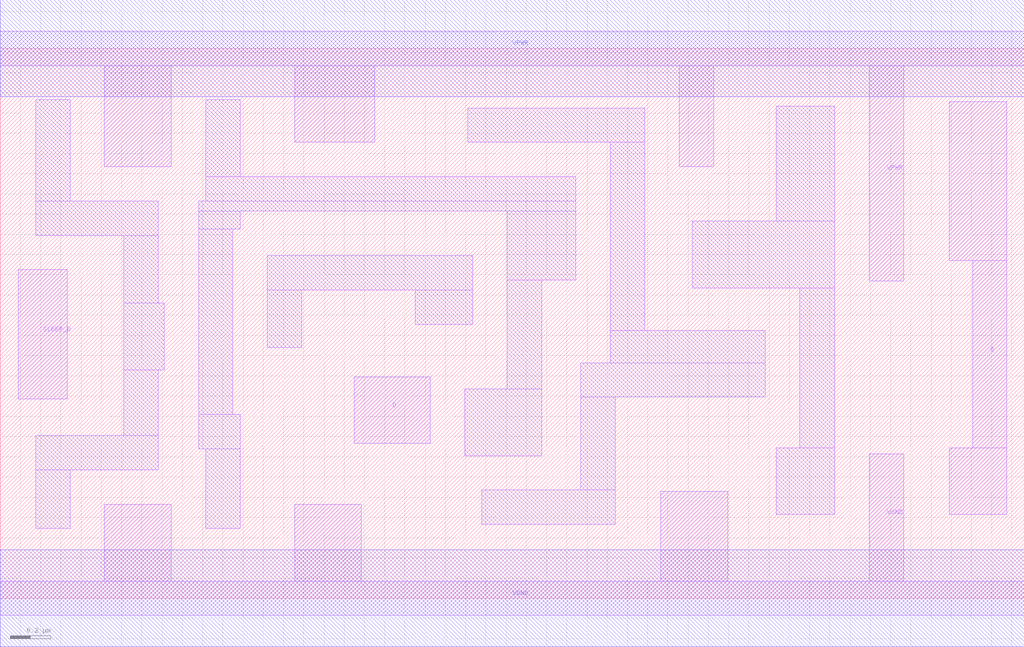
<source format=lef>
# Copyright 2020 The SkyWater PDK Authors
#
# Licensed under the Apache License, Version 2.0 (the "License");
# you may not use this file except in compliance with the License.
# You may obtain a copy of the License at
#
#     https://www.apache.org/licenses/LICENSE-2.0
#
# Unless required by applicable law or agreed to in writing, software
# distributed under the License is distributed on an "AS IS" BASIS,
# WITHOUT WARRANTIES OR CONDITIONS OF ANY KIND, either express or implied.
# See the License for the specific language governing permissions and
# limitations under the License.
#
# SPDX-License-Identifier: Apache-2.0

VERSION 5.5 ;
NAMESCASESENSITIVE ON ;
BUSBITCHARS "[]" ;
DIVIDERCHAR "/" ;
MACRO sky130_fd_sc_hd__lpflow_inputisolatch_1
  CLASS CORE ;
  SOURCE USER ;
  ORIGIN  0.000000  0.000000 ;
  SIZE  5.060000 BY  2.720000 ;
  SYMMETRY X Y R90 ;
  SITE unithd ;
  PIN D
    ANTENNAGATEAREA  0.159000 ;
    DIRECTION INPUT ;
    USE SIGNAL ;
    PORT
      LAYER li1 ;
        RECT 1.750000 0.765000 2.125000 1.095000 ;
    END
  END D
  PIN Q
    ANTENNADIFFAREA  0.429000 ;
    DIRECTION OUTPUT ;
    USE SIGNAL ;
    PORT
      LAYER li1 ;
        RECT 4.690000 0.415000 4.975000 0.745000 ;
        RECT 4.690000 1.670000 4.975000 2.455000 ;
        RECT 4.805000 0.745000 4.975000 1.670000 ;
    END
  END Q
  PIN SLEEP_B
    ANTENNAGATEAREA  0.145500 ;
    DIRECTION INPUT ;
    USE CLOCK ;
    PORT
      LAYER li1 ;
        RECT 0.090000 0.985000 0.330000 1.625000 ;
    END
  END SLEEP_B
  PIN VGND
    DIRECTION INOUT ;
    SHAPE ABUTMENT ;
    USE GROUND ;
    PORT
      LAYER li1 ;
        RECT 0.000000 -0.085000 5.060000 0.085000 ;
        RECT 0.515000  0.085000 0.845000 0.465000 ;
        RECT 1.455000  0.085000 1.785000 0.465000 ;
        RECT 3.265000  0.085000 3.595000 0.530000 ;
        RECT 4.295000  0.085000 4.465000 0.715000 ;
    END
    PORT
      LAYER met1 ;
        RECT 0.000000 -0.240000 5.060000 0.240000 ;
    END
  END VGND
  PIN VNB
    DIRECTION INOUT ;
    USE GROUND ;
    PORT
    END
  END VNB
  PIN VPB
    DIRECTION INOUT ;
    USE POWER ;
    PORT
    END
  END VPB
  PIN VPWR
    DIRECTION INOUT ;
    SHAPE ABUTMENT ;
    USE POWER ;
    PORT
      LAYER li1 ;
        RECT 0.000000 2.635000 5.060000 2.805000 ;
        RECT 0.515000 2.135000 0.845000 2.635000 ;
        RECT 1.455000 2.255000 1.850000 2.635000 ;
        RECT 3.355000 2.135000 3.525000 2.635000 ;
        RECT 4.295000 1.570000 4.465000 2.635000 ;
    END
    PORT
      LAYER met1 ;
        RECT 0.000000 2.480000 5.060000 2.960000 ;
    END
  END VPWR
  OBS
    LAYER li1 ;
      RECT 0.175000 0.345000 0.345000 0.635000 ;
      RECT 0.175000 0.635000 0.780000 0.805000 ;
      RECT 0.175000 1.795000 0.780000 1.965000 ;
      RECT 0.175000 1.965000 0.345000 2.465000 ;
      RECT 0.610000 0.805000 0.780000 1.130000 ;
      RECT 0.610000 1.130000 0.810000 1.460000 ;
      RECT 0.610000 1.460000 0.780000 1.795000 ;
      RECT 0.980000 0.740000 1.185000 0.910000 ;
      RECT 0.980000 0.910000 1.150000 1.825000 ;
      RECT 0.980000 1.825000 1.185000 1.915000 ;
      RECT 0.980000 1.915000 2.845000 1.965000 ;
      RECT 1.015000 0.345000 1.185000 0.740000 ;
      RECT 1.015000 1.965000 2.845000 2.085000 ;
      RECT 1.015000 2.085000 1.185000 2.465000 ;
      RECT 1.320000 1.240000 1.490000 1.525000 ;
      RECT 1.320000 1.525000 2.335000 1.695000 ;
      RECT 2.050000 1.355000 2.335000 1.525000 ;
      RECT 2.295000 0.705000 2.675000 1.035000 ;
      RECT 2.310000 2.255000 3.185000 2.425000 ;
      RECT 2.380000 0.365000 3.040000 0.535000 ;
      RECT 2.505000 1.035000 2.675000 1.575000 ;
      RECT 2.505000 1.575000 2.845000 1.915000 ;
      RECT 2.870000 0.535000 3.040000 0.995000 ;
      RECT 2.870000 0.995000 3.780000 1.165000 ;
      RECT 3.015000 1.165000 3.780000 1.325000 ;
      RECT 3.015000 1.325000 3.185000 2.255000 ;
      RECT 3.420000 1.535000 4.125000 1.865000 ;
      RECT 3.835000 0.415000 4.125000 0.745000 ;
      RECT 3.835000 1.865000 4.125000 2.435000 ;
      RECT 3.950000 0.745000 4.125000 1.535000 ;
  END
END sky130_fd_sc_hd__lpflow_inputisolatch_1
END LIBRARY

</source>
